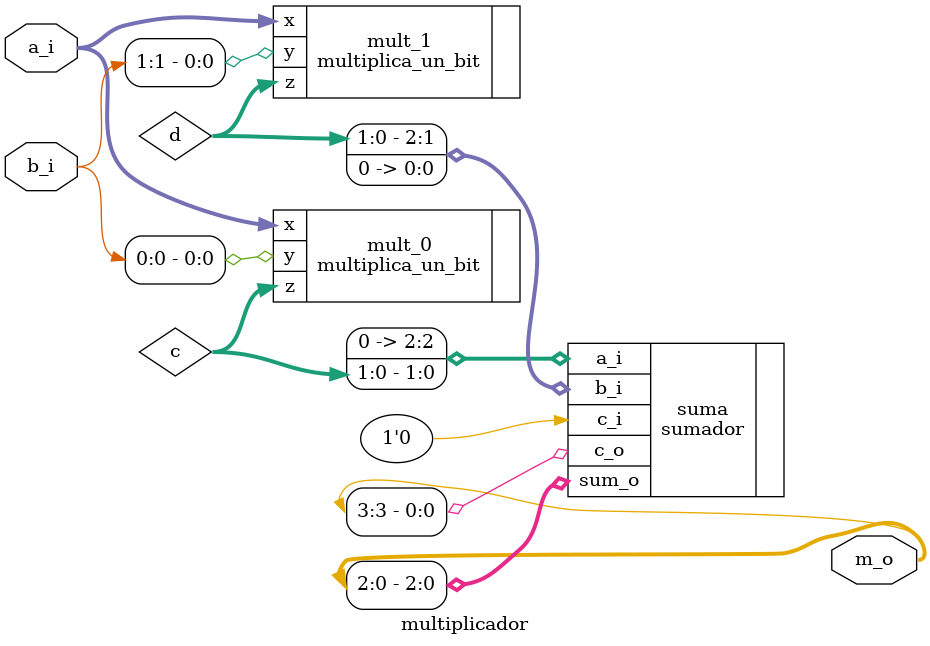
<source format=sv>
module multiplicador (
    input logic [1:0]   a_i,
    input logic [1:0]   b_i,

    output logic [3:0]  m_o
);
    logic [1:0] c;
    logic [1:0] d;

    multiplica_un_bit mult_0 (
        .x (a_i),  //2 bits
        .y (b_i[0]),  //1 bit
        .z (c)   //2 bits
    );

    multiplica_un_bit mult_1 (
        .x (a_i),  //2 bits
        .y (b_i[1]),  //1 bit
        .z (d)   //2 bits
    );

    sumador suma (
        .a_i    ({1'b0,c}),
        .b_i    ({d,1'b0}),
        .c_i    (1'b0),
        .sum_o  (m_o[2:0]),
        .c_o    (m_o[3])
    );

endmodule

</source>
